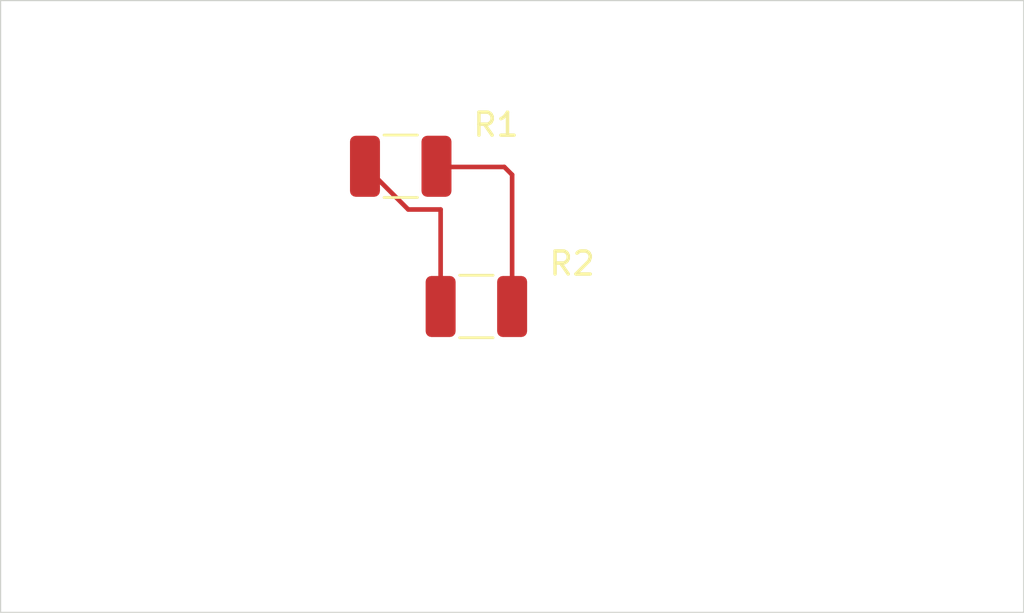
<source format=kicad_pcb>
(kicad_pcb (version 20241229) (generator "pcbnew") (generator_version "9.0")
  (layers (0 "F.Cu" signal) (2 "B.Cu" signal) (13 "F.Paste" user) (15 "B.Paste" user) (5 "F.SilkS" user "F.Silkscreen") (7 "B.SilkS" user "B.Silkscreen") (1 "F.Mask" user) (3 "B.Mask" user) (25 "Edge.Cuts" user))
  (net 0 "")
  (net 1 "Net-(R1-Pad2)")
  (net 2 "Net-(R1-Pad1)")
  (footprint "Resistor_SMD:R_1210_3225Metric_Pad1.30x2.65mm_HandSolder" (layer "F.Cu") (at 143.48 86.565)
    (property "Reference" "R2" (at 4.15 -1.865 0) (layer "F.SilkS"))
    (property "Value" "R")
    (fp_line (start -0.723737 -1.355) (end 0.723737 -1.355) (stroke (width 0.12)) (layer "F.SilkS"))
    (fp_line (start -0.723737 1.355) (end 0.723737 1.355) (stroke (width 0.12)) (layer "F.SilkS"))
    (pad "1" smd roundrect (at -1.55 0) (size 1.3 2.65) (layers "F.Cu" "F.Mask" "F.Paste") (roundrect_rratio 0.192308) (net 2 "Net-(R1-Pad1)"))
    (pad "2" smd roundrect (at 1.55 0) (size 1.3 2.65) (layers "F.Cu" "F.Mask" "F.Paste") (roundrect_rratio 0.192308) (net 1 "Net-(R1-Pad2)"))
  )
  (footprint "Resistor_SMD:R_1210_3225Metric_Pad1.30x2.65mm_HandSolder" (layer "F.Cu") (at 140.2 80.48)
    (property "Reference" "R1" (at 4.13 -1.805 0) (layer "F.SilkS"))
    (property "Value" "R")
    (fp_line (start -0.723737 -1.355) (end 0.723737 -1.355) (stroke (width 0.12)) (layer "F.SilkS"))
    (fp_line (start -0.723737 1.355) (end 0.723737 1.355) (stroke (width 0.12)) (layer "F.SilkS"))
    (pad "1" smd roundrect (at -1.55 0) (size 1.3 2.65) (layers "F.Cu" "F.Mask" "F.Paste") (roundrect_rratio 0.192308) (net 2 "Net-(R1-Pad1)"))
    (pad "2" smd roundrect (at 1.55 0) (size 1.3 2.65) (layers "F.Cu" "F.Mask" "F.Paste") (roundrect_rratio 0.192308) (net 1 "Net-(R1-Pad2)"))
  )
  (gr_rect (start 122.85 73.29) (end 167.21 99.84) (stroke (width 0.05)) (fill no) (layer "Edge.Cuts"))
  (segment (start 144.69 80.51) (end 145.03 80.85) (width 0.2) (layer "F.Cu") (net 1))
  (segment (start 141.75 80.48) (end 141.78 80.51) (width 0.2) (layer "F.Cu") (net 1))
  (segment (start 145.03 80.85) (end 145.03 86.565) (width 0.2) (layer "F.Cu") (net 1))
  (segment (start 141.78 80.51) (end 144.69 80.51) (width 0.2) (layer "F.Cu") (net 1))
  (segment (start 141.93 82.355) (end 141.93 86.565) (width 0.2) (layer "F.Cu") (net 2))
  (segment (start 140.525 82.355) (end 141.93 82.355) (width 0.2) (layer "F.Cu") (net 2))
  (segment (start 138.65 80.48) (end 140.525 82.355) (width 0.2) (layer "F.Cu") (net 2))
)
</source>
